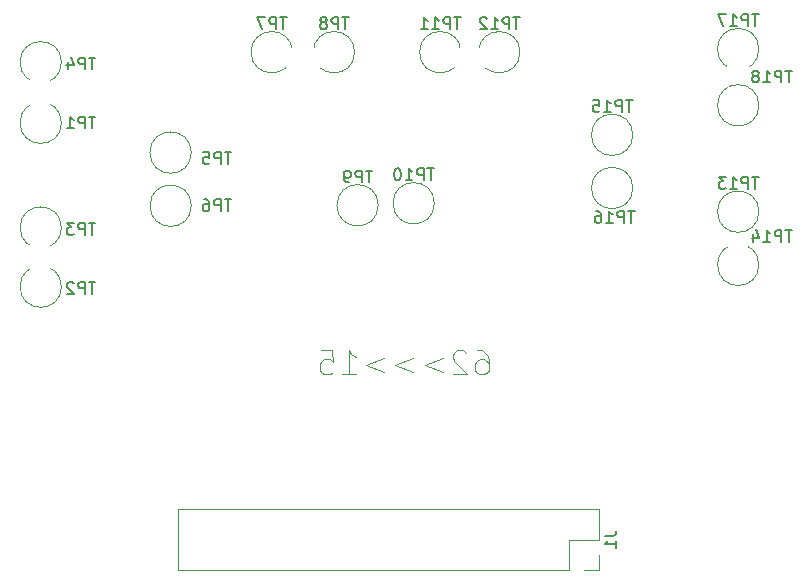
<source format=gbr>
%TF.GenerationSoftware,KiCad,Pcbnew,8.0.1*%
%TF.CreationDate,2024-03-24T19:01:41+02:00*%
%TF.ProjectId,PLLKAS005_EEE3088F,504c4c4b-4153-4303-9035-5f4545453330,V1.0*%
%TF.SameCoordinates,Original*%
%TF.FileFunction,Legend,Bot*%
%TF.FilePolarity,Positive*%
%FSLAX46Y46*%
G04 Gerber Fmt 4.6, Leading zero omitted, Abs format (unit mm)*
G04 Created by KiCad (PCBNEW 8.0.1) date 2024-03-24 19:01:41*
%MOMM*%
%LPD*%
G01*
G04 APERTURE LIST*
%ADD10C,0.100000*%
%ADD11C,0.150000*%
%ADD12C,0.120000*%
%ADD13R,1.800000X1.800000*%
%ADD14C,1.800000*%
%ADD15C,3.000000*%
%ADD16R,1.700000X1.700000*%
%ADD17O,1.700000X1.700000*%
G04 APERTURE END LIST*
D10*
X157600877Y-130750038D02*
X157981830Y-130750038D01*
X157981830Y-130750038D02*
X158172306Y-130845276D01*
X158172306Y-130845276D02*
X158267544Y-130940514D01*
X158267544Y-130940514D02*
X158458020Y-131226228D01*
X158458020Y-131226228D02*
X158553258Y-131607180D01*
X158553258Y-131607180D02*
X158553258Y-132369085D01*
X158553258Y-132369085D02*
X158458020Y-132559561D01*
X158458020Y-132559561D02*
X158362782Y-132654800D01*
X158362782Y-132654800D02*
X158172306Y-132750038D01*
X158172306Y-132750038D02*
X157791353Y-132750038D01*
X157791353Y-132750038D02*
X157600877Y-132654800D01*
X157600877Y-132654800D02*
X157505639Y-132559561D01*
X157505639Y-132559561D02*
X157410401Y-132369085D01*
X157410401Y-132369085D02*
X157410401Y-131892895D01*
X157410401Y-131892895D02*
X157505639Y-131702419D01*
X157505639Y-131702419D02*
X157600877Y-131607180D01*
X157600877Y-131607180D02*
X157791353Y-131511942D01*
X157791353Y-131511942D02*
X158172306Y-131511942D01*
X158172306Y-131511942D02*
X158362782Y-131607180D01*
X158362782Y-131607180D02*
X158458020Y-131702419D01*
X158458020Y-131702419D02*
X158553258Y-131892895D01*
X156648496Y-130940514D02*
X156553258Y-130845276D01*
X156553258Y-130845276D02*
X156362782Y-130750038D01*
X156362782Y-130750038D02*
X155886591Y-130750038D01*
X155886591Y-130750038D02*
X155696115Y-130845276D01*
X155696115Y-130845276D02*
X155600877Y-130940514D01*
X155600877Y-130940514D02*
X155505639Y-131130990D01*
X155505639Y-131130990D02*
X155505639Y-131321466D01*
X155505639Y-131321466D02*
X155600877Y-131607180D01*
X155600877Y-131607180D02*
X156743734Y-132750038D01*
X156743734Y-132750038D02*
X155505639Y-132750038D01*
X154648496Y-131416704D02*
X153124687Y-131988133D01*
X153124687Y-131988133D02*
X154648496Y-132559561D01*
X152172306Y-131416704D02*
X150648497Y-131988133D01*
X150648497Y-131988133D02*
X152172306Y-132559561D01*
X149696116Y-131416704D02*
X148172307Y-131988133D01*
X148172307Y-131988133D02*
X149696116Y-132559561D01*
X146172307Y-132750038D02*
X147315164Y-132750038D01*
X146743736Y-132750038D02*
X146743736Y-130750038D01*
X146743736Y-130750038D02*
X146934212Y-131035752D01*
X146934212Y-131035752D02*
X147124688Y-131226228D01*
X147124688Y-131226228D02*
X147315164Y-131321466D01*
X144362783Y-130750038D02*
X145315164Y-130750038D01*
X145315164Y-130750038D02*
X145410402Y-131702419D01*
X145410402Y-131702419D02*
X145315164Y-131607180D01*
X145315164Y-131607180D02*
X145124688Y-131511942D01*
X145124688Y-131511942D02*
X144648497Y-131511942D01*
X144648497Y-131511942D02*
X144458021Y-131607180D01*
X144458021Y-131607180D02*
X144362783Y-131702419D01*
X144362783Y-131702419D02*
X144267545Y-131892895D01*
X144267545Y-131892895D02*
X144267545Y-132369085D01*
X144267545Y-132369085D02*
X144362783Y-132559561D01*
X144362783Y-132559561D02*
X144458021Y-132654800D01*
X144458021Y-132654800D02*
X144648497Y-132750038D01*
X144648497Y-132750038D02*
X145124688Y-132750038D01*
X145124688Y-132750038D02*
X145315164Y-132654800D01*
X145315164Y-132654800D02*
X145410402Y-132559561D01*
D11*
X146711904Y-102556819D02*
X146140476Y-102556819D01*
X146426190Y-103556819D02*
X146426190Y-102556819D01*
X145807142Y-103556819D02*
X145807142Y-102556819D01*
X145807142Y-102556819D02*
X145426190Y-102556819D01*
X145426190Y-102556819D02*
X145330952Y-102604438D01*
X145330952Y-102604438D02*
X145283333Y-102652057D01*
X145283333Y-102652057D02*
X145235714Y-102747295D01*
X145235714Y-102747295D02*
X145235714Y-102890152D01*
X145235714Y-102890152D02*
X145283333Y-102985390D01*
X145283333Y-102985390D02*
X145330952Y-103033009D01*
X145330952Y-103033009D02*
X145426190Y-103080628D01*
X145426190Y-103080628D02*
X145807142Y-103080628D01*
X144664285Y-102985390D02*
X144759523Y-102937771D01*
X144759523Y-102937771D02*
X144807142Y-102890152D01*
X144807142Y-102890152D02*
X144854761Y-102794914D01*
X144854761Y-102794914D02*
X144854761Y-102747295D01*
X144854761Y-102747295D02*
X144807142Y-102652057D01*
X144807142Y-102652057D02*
X144759523Y-102604438D01*
X144759523Y-102604438D02*
X144664285Y-102556819D01*
X144664285Y-102556819D02*
X144473809Y-102556819D01*
X144473809Y-102556819D02*
X144378571Y-102604438D01*
X144378571Y-102604438D02*
X144330952Y-102652057D01*
X144330952Y-102652057D02*
X144283333Y-102747295D01*
X144283333Y-102747295D02*
X144283333Y-102794914D01*
X144283333Y-102794914D02*
X144330952Y-102890152D01*
X144330952Y-102890152D02*
X144378571Y-102937771D01*
X144378571Y-102937771D02*
X144473809Y-102985390D01*
X144473809Y-102985390D02*
X144664285Y-102985390D01*
X144664285Y-102985390D02*
X144759523Y-103033009D01*
X144759523Y-103033009D02*
X144807142Y-103080628D01*
X144807142Y-103080628D02*
X144854761Y-103175866D01*
X144854761Y-103175866D02*
X144854761Y-103366342D01*
X144854761Y-103366342D02*
X144807142Y-103461580D01*
X144807142Y-103461580D02*
X144759523Y-103509200D01*
X144759523Y-103509200D02*
X144664285Y-103556819D01*
X144664285Y-103556819D02*
X144473809Y-103556819D01*
X144473809Y-103556819D02*
X144378571Y-103509200D01*
X144378571Y-103509200D02*
X144330952Y-103461580D01*
X144330952Y-103461580D02*
X144283333Y-103366342D01*
X144283333Y-103366342D02*
X144283333Y-103175866D01*
X144283333Y-103175866D02*
X144330952Y-103080628D01*
X144330952Y-103080628D02*
X144378571Y-103033009D01*
X144378571Y-103033009D02*
X144473809Y-102985390D01*
X125261904Y-119954819D02*
X124690476Y-119954819D01*
X124976190Y-120954819D02*
X124976190Y-119954819D01*
X124357142Y-120954819D02*
X124357142Y-119954819D01*
X124357142Y-119954819D02*
X123976190Y-119954819D01*
X123976190Y-119954819D02*
X123880952Y-120002438D01*
X123880952Y-120002438D02*
X123833333Y-120050057D01*
X123833333Y-120050057D02*
X123785714Y-120145295D01*
X123785714Y-120145295D02*
X123785714Y-120288152D01*
X123785714Y-120288152D02*
X123833333Y-120383390D01*
X123833333Y-120383390D02*
X123880952Y-120431009D01*
X123880952Y-120431009D02*
X123976190Y-120478628D01*
X123976190Y-120478628D02*
X124357142Y-120478628D01*
X123452380Y-119954819D02*
X122833333Y-119954819D01*
X122833333Y-119954819D02*
X123166666Y-120335771D01*
X123166666Y-120335771D02*
X123023809Y-120335771D01*
X123023809Y-120335771D02*
X122928571Y-120383390D01*
X122928571Y-120383390D02*
X122880952Y-120431009D01*
X122880952Y-120431009D02*
X122833333Y-120526247D01*
X122833333Y-120526247D02*
X122833333Y-120764342D01*
X122833333Y-120764342D02*
X122880952Y-120859580D01*
X122880952Y-120859580D02*
X122928571Y-120907200D01*
X122928571Y-120907200D02*
X123023809Y-120954819D01*
X123023809Y-120954819D02*
X123309523Y-120954819D01*
X123309523Y-120954819D02*
X123404761Y-120907200D01*
X123404761Y-120907200D02*
X123452380Y-120859580D01*
X125261904Y-110954819D02*
X124690476Y-110954819D01*
X124976190Y-111954819D02*
X124976190Y-110954819D01*
X124357142Y-111954819D02*
X124357142Y-110954819D01*
X124357142Y-110954819D02*
X123976190Y-110954819D01*
X123976190Y-110954819D02*
X123880952Y-111002438D01*
X123880952Y-111002438D02*
X123833333Y-111050057D01*
X123833333Y-111050057D02*
X123785714Y-111145295D01*
X123785714Y-111145295D02*
X123785714Y-111288152D01*
X123785714Y-111288152D02*
X123833333Y-111383390D01*
X123833333Y-111383390D02*
X123880952Y-111431009D01*
X123880952Y-111431009D02*
X123976190Y-111478628D01*
X123976190Y-111478628D02*
X124357142Y-111478628D01*
X122833333Y-111954819D02*
X123404761Y-111954819D01*
X123119047Y-111954819D02*
X123119047Y-110954819D01*
X123119047Y-110954819D02*
X123214285Y-111097676D01*
X123214285Y-111097676D02*
X123309523Y-111192914D01*
X123309523Y-111192914D02*
X123404761Y-111240533D01*
X156188094Y-102556819D02*
X155616666Y-102556819D01*
X155902380Y-103556819D02*
X155902380Y-102556819D01*
X155283332Y-103556819D02*
X155283332Y-102556819D01*
X155283332Y-102556819D02*
X154902380Y-102556819D01*
X154902380Y-102556819D02*
X154807142Y-102604438D01*
X154807142Y-102604438D02*
X154759523Y-102652057D01*
X154759523Y-102652057D02*
X154711904Y-102747295D01*
X154711904Y-102747295D02*
X154711904Y-102890152D01*
X154711904Y-102890152D02*
X154759523Y-102985390D01*
X154759523Y-102985390D02*
X154807142Y-103033009D01*
X154807142Y-103033009D02*
X154902380Y-103080628D01*
X154902380Y-103080628D02*
X155283332Y-103080628D01*
X153759523Y-103556819D02*
X154330951Y-103556819D01*
X154045237Y-103556819D02*
X154045237Y-102556819D01*
X154045237Y-102556819D02*
X154140475Y-102699676D01*
X154140475Y-102699676D02*
X154235713Y-102794914D01*
X154235713Y-102794914D02*
X154330951Y-102842533D01*
X152807142Y-103556819D02*
X153378570Y-103556819D01*
X153092856Y-103556819D02*
X153092856Y-102556819D01*
X153092856Y-102556819D02*
X153188094Y-102699676D01*
X153188094Y-102699676D02*
X153283332Y-102794914D01*
X153283332Y-102794914D02*
X153378570Y-102842533D01*
X184238094Y-120556819D02*
X183666666Y-120556819D01*
X183952380Y-121556819D02*
X183952380Y-120556819D01*
X183333332Y-121556819D02*
X183333332Y-120556819D01*
X183333332Y-120556819D02*
X182952380Y-120556819D01*
X182952380Y-120556819D02*
X182857142Y-120604438D01*
X182857142Y-120604438D02*
X182809523Y-120652057D01*
X182809523Y-120652057D02*
X182761904Y-120747295D01*
X182761904Y-120747295D02*
X182761904Y-120890152D01*
X182761904Y-120890152D02*
X182809523Y-120985390D01*
X182809523Y-120985390D02*
X182857142Y-121033009D01*
X182857142Y-121033009D02*
X182952380Y-121080628D01*
X182952380Y-121080628D02*
X183333332Y-121080628D01*
X181809523Y-121556819D02*
X182380951Y-121556819D01*
X182095237Y-121556819D02*
X182095237Y-120556819D01*
X182095237Y-120556819D02*
X182190475Y-120699676D01*
X182190475Y-120699676D02*
X182285713Y-120794914D01*
X182285713Y-120794914D02*
X182380951Y-120842533D01*
X180952380Y-120890152D02*
X180952380Y-121556819D01*
X181190475Y-120509200D02*
X181428570Y-121223485D01*
X181428570Y-121223485D02*
X180809523Y-121223485D01*
X170913094Y-118954819D02*
X170341666Y-118954819D01*
X170627380Y-119954819D02*
X170627380Y-118954819D01*
X170008332Y-119954819D02*
X170008332Y-118954819D01*
X170008332Y-118954819D02*
X169627380Y-118954819D01*
X169627380Y-118954819D02*
X169532142Y-119002438D01*
X169532142Y-119002438D02*
X169484523Y-119050057D01*
X169484523Y-119050057D02*
X169436904Y-119145295D01*
X169436904Y-119145295D02*
X169436904Y-119288152D01*
X169436904Y-119288152D02*
X169484523Y-119383390D01*
X169484523Y-119383390D02*
X169532142Y-119431009D01*
X169532142Y-119431009D02*
X169627380Y-119478628D01*
X169627380Y-119478628D02*
X170008332Y-119478628D01*
X168484523Y-119954819D02*
X169055951Y-119954819D01*
X168770237Y-119954819D02*
X168770237Y-118954819D01*
X168770237Y-118954819D02*
X168865475Y-119097676D01*
X168865475Y-119097676D02*
X168960713Y-119192914D01*
X168960713Y-119192914D02*
X169055951Y-119240533D01*
X167627380Y-118954819D02*
X167817856Y-118954819D01*
X167817856Y-118954819D02*
X167913094Y-119002438D01*
X167913094Y-119002438D02*
X167960713Y-119050057D01*
X167960713Y-119050057D02*
X168055951Y-119192914D01*
X168055951Y-119192914D02*
X168103570Y-119383390D01*
X168103570Y-119383390D02*
X168103570Y-119764342D01*
X168103570Y-119764342D02*
X168055951Y-119859580D01*
X168055951Y-119859580D02*
X168008332Y-119907200D01*
X168008332Y-119907200D02*
X167913094Y-119954819D01*
X167913094Y-119954819D02*
X167722618Y-119954819D01*
X167722618Y-119954819D02*
X167627380Y-119907200D01*
X167627380Y-119907200D02*
X167579761Y-119859580D01*
X167579761Y-119859580D02*
X167532142Y-119764342D01*
X167532142Y-119764342D02*
X167532142Y-119526247D01*
X167532142Y-119526247D02*
X167579761Y-119431009D01*
X167579761Y-119431009D02*
X167627380Y-119383390D01*
X167627380Y-119383390D02*
X167722618Y-119335771D01*
X167722618Y-119335771D02*
X167913094Y-119335771D01*
X167913094Y-119335771D02*
X168008332Y-119383390D01*
X168008332Y-119383390D02*
X168055951Y-119431009D01*
X168055951Y-119431009D02*
X168103570Y-119526247D01*
X141446904Y-102556819D02*
X140875476Y-102556819D01*
X141161190Y-103556819D02*
X141161190Y-102556819D01*
X140542142Y-103556819D02*
X140542142Y-102556819D01*
X140542142Y-102556819D02*
X140161190Y-102556819D01*
X140161190Y-102556819D02*
X140065952Y-102604438D01*
X140065952Y-102604438D02*
X140018333Y-102652057D01*
X140018333Y-102652057D02*
X139970714Y-102747295D01*
X139970714Y-102747295D02*
X139970714Y-102890152D01*
X139970714Y-102890152D02*
X140018333Y-102985390D01*
X140018333Y-102985390D02*
X140065952Y-103033009D01*
X140065952Y-103033009D02*
X140161190Y-103080628D01*
X140161190Y-103080628D02*
X140542142Y-103080628D01*
X139637380Y-102556819D02*
X138970714Y-102556819D01*
X138970714Y-102556819D02*
X139399285Y-103556819D01*
X136761904Y-113954819D02*
X136190476Y-113954819D01*
X136476190Y-114954819D02*
X136476190Y-113954819D01*
X135857142Y-114954819D02*
X135857142Y-113954819D01*
X135857142Y-113954819D02*
X135476190Y-113954819D01*
X135476190Y-113954819D02*
X135380952Y-114002438D01*
X135380952Y-114002438D02*
X135333333Y-114050057D01*
X135333333Y-114050057D02*
X135285714Y-114145295D01*
X135285714Y-114145295D02*
X135285714Y-114288152D01*
X135285714Y-114288152D02*
X135333333Y-114383390D01*
X135333333Y-114383390D02*
X135380952Y-114431009D01*
X135380952Y-114431009D02*
X135476190Y-114478628D01*
X135476190Y-114478628D02*
X135857142Y-114478628D01*
X134380952Y-113954819D02*
X134857142Y-113954819D01*
X134857142Y-113954819D02*
X134904761Y-114431009D01*
X134904761Y-114431009D02*
X134857142Y-114383390D01*
X134857142Y-114383390D02*
X134761904Y-114335771D01*
X134761904Y-114335771D02*
X134523809Y-114335771D01*
X134523809Y-114335771D02*
X134428571Y-114383390D01*
X134428571Y-114383390D02*
X134380952Y-114431009D01*
X134380952Y-114431009D02*
X134333333Y-114526247D01*
X134333333Y-114526247D02*
X134333333Y-114764342D01*
X134333333Y-114764342D02*
X134380952Y-114859580D01*
X134380952Y-114859580D02*
X134428571Y-114907200D01*
X134428571Y-114907200D02*
X134523809Y-114954819D01*
X134523809Y-114954819D02*
X134761904Y-114954819D01*
X134761904Y-114954819D02*
X134857142Y-114907200D01*
X134857142Y-114907200D02*
X134904761Y-114859580D01*
X168364819Y-146436666D02*
X169079104Y-146436666D01*
X169079104Y-146436666D02*
X169221961Y-146389047D01*
X169221961Y-146389047D02*
X169317200Y-146293809D01*
X169317200Y-146293809D02*
X169364819Y-146150952D01*
X169364819Y-146150952D02*
X169364819Y-146055714D01*
X169364819Y-147436666D02*
X169364819Y-146865238D01*
X169364819Y-147150952D02*
X168364819Y-147150952D01*
X168364819Y-147150952D02*
X168507676Y-147055714D01*
X168507676Y-147055714D02*
X168602914Y-146960476D01*
X168602914Y-146960476D02*
X168650533Y-146865238D01*
X125261904Y-124954819D02*
X124690476Y-124954819D01*
X124976190Y-125954819D02*
X124976190Y-124954819D01*
X124357142Y-125954819D02*
X124357142Y-124954819D01*
X124357142Y-124954819D02*
X123976190Y-124954819D01*
X123976190Y-124954819D02*
X123880952Y-125002438D01*
X123880952Y-125002438D02*
X123833333Y-125050057D01*
X123833333Y-125050057D02*
X123785714Y-125145295D01*
X123785714Y-125145295D02*
X123785714Y-125288152D01*
X123785714Y-125288152D02*
X123833333Y-125383390D01*
X123833333Y-125383390D02*
X123880952Y-125431009D01*
X123880952Y-125431009D02*
X123976190Y-125478628D01*
X123976190Y-125478628D02*
X124357142Y-125478628D01*
X123404761Y-125050057D02*
X123357142Y-125002438D01*
X123357142Y-125002438D02*
X123261904Y-124954819D01*
X123261904Y-124954819D02*
X123023809Y-124954819D01*
X123023809Y-124954819D02*
X122928571Y-125002438D01*
X122928571Y-125002438D02*
X122880952Y-125050057D01*
X122880952Y-125050057D02*
X122833333Y-125145295D01*
X122833333Y-125145295D02*
X122833333Y-125240533D01*
X122833333Y-125240533D02*
X122880952Y-125383390D01*
X122880952Y-125383390D02*
X123452380Y-125954819D01*
X123452380Y-125954819D02*
X122833333Y-125954819D01*
X181413094Y-116056819D02*
X180841666Y-116056819D01*
X181127380Y-117056819D02*
X181127380Y-116056819D01*
X180508332Y-117056819D02*
X180508332Y-116056819D01*
X180508332Y-116056819D02*
X180127380Y-116056819D01*
X180127380Y-116056819D02*
X180032142Y-116104438D01*
X180032142Y-116104438D02*
X179984523Y-116152057D01*
X179984523Y-116152057D02*
X179936904Y-116247295D01*
X179936904Y-116247295D02*
X179936904Y-116390152D01*
X179936904Y-116390152D02*
X179984523Y-116485390D01*
X179984523Y-116485390D02*
X180032142Y-116533009D01*
X180032142Y-116533009D02*
X180127380Y-116580628D01*
X180127380Y-116580628D02*
X180508332Y-116580628D01*
X178984523Y-117056819D02*
X179555951Y-117056819D01*
X179270237Y-117056819D02*
X179270237Y-116056819D01*
X179270237Y-116056819D02*
X179365475Y-116199676D01*
X179365475Y-116199676D02*
X179460713Y-116294914D01*
X179460713Y-116294914D02*
X179555951Y-116342533D01*
X178651189Y-116056819D02*
X178032142Y-116056819D01*
X178032142Y-116056819D02*
X178365475Y-116437771D01*
X178365475Y-116437771D02*
X178222618Y-116437771D01*
X178222618Y-116437771D02*
X178127380Y-116485390D01*
X178127380Y-116485390D02*
X178079761Y-116533009D01*
X178079761Y-116533009D02*
X178032142Y-116628247D01*
X178032142Y-116628247D02*
X178032142Y-116866342D01*
X178032142Y-116866342D02*
X178079761Y-116961580D01*
X178079761Y-116961580D02*
X178127380Y-117009200D01*
X178127380Y-117009200D02*
X178222618Y-117056819D01*
X178222618Y-117056819D02*
X178508332Y-117056819D01*
X178508332Y-117056819D02*
X178603570Y-117009200D01*
X178603570Y-117009200D02*
X178651189Y-116961580D01*
X184238094Y-107056819D02*
X183666666Y-107056819D01*
X183952380Y-108056819D02*
X183952380Y-107056819D01*
X183333332Y-108056819D02*
X183333332Y-107056819D01*
X183333332Y-107056819D02*
X182952380Y-107056819D01*
X182952380Y-107056819D02*
X182857142Y-107104438D01*
X182857142Y-107104438D02*
X182809523Y-107152057D01*
X182809523Y-107152057D02*
X182761904Y-107247295D01*
X182761904Y-107247295D02*
X182761904Y-107390152D01*
X182761904Y-107390152D02*
X182809523Y-107485390D01*
X182809523Y-107485390D02*
X182857142Y-107533009D01*
X182857142Y-107533009D02*
X182952380Y-107580628D01*
X182952380Y-107580628D02*
X183333332Y-107580628D01*
X181809523Y-108056819D02*
X182380951Y-108056819D01*
X182095237Y-108056819D02*
X182095237Y-107056819D01*
X182095237Y-107056819D02*
X182190475Y-107199676D01*
X182190475Y-107199676D02*
X182285713Y-107294914D01*
X182285713Y-107294914D02*
X182380951Y-107342533D01*
X181238094Y-107485390D02*
X181333332Y-107437771D01*
X181333332Y-107437771D02*
X181380951Y-107390152D01*
X181380951Y-107390152D02*
X181428570Y-107294914D01*
X181428570Y-107294914D02*
X181428570Y-107247295D01*
X181428570Y-107247295D02*
X181380951Y-107152057D01*
X181380951Y-107152057D02*
X181333332Y-107104438D01*
X181333332Y-107104438D02*
X181238094Y-107056819D01*
X181238094Y-107056819D02*
X181047618Y-107056819D01*
X181047618Y-107056819D02*
X180952380Y-107104438D01*
X180952380Y-107104438D02*
X180904761Y-107152057D01*
X180904761Y-107152057D02*
X180857142Y-107247295D01*
X180857142Y-107247295D02*
X180857142Y-107294914D01*
X180857142Y-107294914D02*
X180904761Y-107390152D01*
X180904761Y-107390152D02*
X180952380Y-107437771D01*
X180952380Y-107437771D02*
X181047618Y-107485390D01*
X181047618Y-107485390D02*
X181238094Y-107485390D01*
X181238094Y-107485390D02*
X181333332Y-107533009D01*
X181333332Y-107533009D02*
X181380951Y-107580628D01*
X181380951Y-107580628D02*
X181428570Y-107675866D01*
X181428570Y-107675866D02*
X181428570Y-107866342D01*
X181428570Y-107866342D02*
X181380951Y-107961580D01*
X181380951Y-107961580D02*
X181333332Y-108009200D01*
X181333332Y-108009200D02*
X181238094Y-108056819D01*
X181238094Y-108056819D02*
X181047618Y-108056819D01*
X181047618Y-108056819D02*
X180952380Y-108009200D01*
X180952380Y-108009200D02*
X180904761Y-107961580D01*
X180904761Y-107961580D02*
X180857142Y-107866342D01*
X180857142Y-107866342D02*
X180857142Y-107675866D01*
X180857142Y-107675866D02*
X180904761Y-107580628D01*
X180904761Y-107580628D02*
X180952380Y-107533009D01*
X180952380Y-107533009D02*
X181047618Y-107485390D01*
X170738094Y-109556819D02*
X170166666Y-109556819D01*
X170452380Y-110556819D02*
X170452380Y-109556819D01*
X169833332Y-110556819D02*
X169833332Y-109556819D01*
X169833332Y-109556819D02*
X169452380Y-109556819D01*
X169452380Y-109556819D02*
X169357142Y-109604438D01*
X169357142Y-109604438D02*
X169309523Y-109652057D01*
X169309523Y-109652057D02*
X169261904Y-109747295D01*
X169261904Y-109747295D02*
X169261904Y-109890152D01*
X169261904Y-109890152D02*
X169309523Y-109985390D01*
X169309523Y-109985390D02*
X169357142Y-110033009D01*
X169357142Y-110033009D02*
X169452380Y-110080628D01*
X169452380Y-110080628D02*
X169833332Y-110080628D01*
X168309523Y-110556819D02*
X168880951Y-110556819D01*
X168595237Y-110556819D02*
X168595237Y-109556819D01*
X168595237Y-109556819D02*
X168690475Y-109699676D01*
X168690475Y-109699676D02*
X168785713Y-109794914D01*
X168785713Y-109794914D02*
X168880951Y-109842533D01*
X167404761Y-109556819D02*
X167880951Y-109556819D01*
X167880951Y-109556819D02*
X167928570Y-110033009D01*
X167928570Y-110033009D02*
X167880951Y-109985390D01*
X167880951Y-109985390D02*
X167785713Y-109937771D01*
X167785713Y-109937771D02*
X167547618Y-109937771D01*
X167547618Y-109937771D02*
X167452380Y-109985390D01*
X167452380Y-109985390D02*
X167404761Y-110033009D01*
X167404761Y-110033009D02*
X167357142Y-110128247D01*
X167357142Y-110128247D02*
X167357142Y-110366342D01*
X167357142Y-110366342D02*
X167404761Y-110461580D01*
X167404761Y-110461580D02*
X167452380Y-110509200D01*
X167452380Y-110509200D02*
X167547618Y-110556819D01*
X167547618Y-110556819D02*
X167785713Y-110556819D01*
X167785713Y-110556819D02*
X167880951Y-110509200D01*
X167880951Y-110509200D02*
X167928570Y-110461580D01*
X148711904Y-115519319D02*
X148140476Y-115519319D01*
X148426190Y-116519319D02*
X148426190Y-115519319D01*
X147807142Y-116519319D02*
X147807142Y-115519319D01*
X147807142Y-115519319D02*
X147426190Y-115519319D01*
X147426190Y-115519319D02*
X147330952Y-115566938D01*
X147330952Y-115566938D02*
X147283333Y-115614557D01*
X147283333Y-115614557D02*
X147235714Y-115709795D01*
X147235714Y-115709795D02*
X147235714Y-115852652D01*
X147235714Y-115852652D02*
X147283333Y-115947890D01*
X147283333Y-115947890D02*
X147330952Y-115995509D01*
X147330952Y-115995509D02*
X147426190Y-116043128D01*
X147426190Y-116043128D02*
X147807142Y-116043128D01*
X146759523Y-116519319D02*
X146569047Y-116519319D01*
X146569047Y-116519319D02*
X146473809Y-116471700D01*
X146473809Y-116471700D02*
X146426190Y-116424080D01*
X146426190Y-116424080D02*
X146330952Y-116281223D01*
X146330952Y-116281223D02*
X146283333Y-116090747D01*
X146283333Y-116090747D02*
X146283333Y-115709795D01*
X146283333Y-115709795D02*
X146330952Y-115614557D01*
X146330952Y-115614557D02*
X146378571Y-115566938D01*
X146378571Y-115566938D02*
X146473809Y-115519319D01*
X146473809Y-115519319D02*
X146664285Y-115519319D01*
X146664285Y-115519319D02*
X146759523Y-115566938D01*
X146759523Y-115566938D02*
X146807142Y-115614557D01*
X146807142Y-115614557D02*
X146854761Y-115709795D01*
X146854761Y-115709795D02*
X146854761Y-115947890D01*
X146854761Y-115947890D02*
X146807142Y-116043128D01*
X146807142Y-116043128D02*
X146759523Y-116090747D01*
X146759523Y-116090747D02*
X146664285Y-116138366D01*
X146664285Y-116138366D02*
X146473809Y-116138366D01*
X146473809Y-116138366D02*
X146378571Y-116090747D01*
X146378571Y-116090747D02*
X146330952Y-116043128D01*
X146330952Y-116043128D02*
X146283333Y-115947890D01*
X125261904Y-105954819D02*
X124690476Y-105954819D01*
X124976190Y-106954819D02*
X124976190Y-105954819D01*
X124357142Y-106954819D02*
X124357142Y-105954819D01*
X124357142Y-105954819D02*
X123976190Y-105954819D01*
X123976190Y-105954819D02*
X123880952Y-106002438D01*
X123880952Y-106002438D02*
X123833333Y-106050057D01*
X123833333Y-106050057D02*
X123785714Y-106145295D01*
X123785714Y-106145295D02*
X123785714Y-106288152D01*
X123785714Y-106288152D02*
X123833333Y-106383390D01*
X123833333Y-106383390D02*
X123880952Y-106431009D01*
X123880952Y-106431009D02*
X123976190Y-106478628D01*
X123976190Y-106478628D02*
X124357142Y-106478628D01*
X122928571Y-106288152D02*
X122928571Y-106954819D01*
X123166666Y-105907200D02*
X123404761Y-106621485D01*
X123404761Y-106621485D02*
X122785714Y-106621485D01*
X153938094Y-115344319D02*
X153366666Y-115344319D01*
X153652380Y-116344319D02*
X153652380Y-115344319D01*
X153033332Y-116344319D02*
X153033332Y-115344319D01*
X153033332Y-115344319D02*
X152652380Y-115344319D01*
X152652380Y-115344319D02*
X152557142Y-115391938D01*
X152557142Y-115391938D02*
X152509523Y-115439557D01*
X152509523Y-115439557D02*
X152461904Y-115534795D01*
X152461904Y-115534795D02*
X152461904Y-115677652D01*
X152461904Y-115677652D02*
X152509523Y-115772890D01*
X152509523Y-115772890D02*
X152557142Y-115820509D01*
X152557142Y-115820509D02*
X152652380Y-115868128D01*
X152652380Y-115868128D02*
X153033332Y-115868128D01*
X151509523Y-116344319D02*
X152080951Y-116344319D01*
X151795237Y-116344319D02*
X151795237Y-115344319D01*
X151795237Y-115344319D02*
X151890475Y-115487176D01*
X151890475Y-115487176D02*
X151985713Y-115582414D01*
X151985713Y-115582414D02*
X152080951Y-115630033D01*
X150890475Y-115344319D02*
X150795237Y-115344319D01*
X150795237Y-115344319D02*
X150699999Y-115391938D01*
X150699999Y-115391938D02*
X150652380Y-115439557D01*
X150652380Y-115439557D02*
X150604761Y-115534795D01*
X150604761Y-115534795D02*
X150557142Y-115725271D01*
X150557142Y-115725271D02*
X150557142Y-115963366D01*
X150557142Y-115963366D02*
X150604761Y-116153842D01*
X150604761Y-116153842D02*
X150652380Y-116249080D01*
X150652380Y-116249080D02*
X150699999Y-116296700D01*
X150699999Y-116296700D02*
X150795237Y-116344319D01*
X150795237Y-116344319D02*
X150890475Y-116344319D01*
X150890475Y-116344319D02*
X150985713Y-116296700D01*
X150985713Y-116296700D02*
X151033332Y-116249080D01*
X151033332Y-116249080D02*
X151080951Y-116153842D01*
X151080951Y-116153842D02*
X151128570Y-115963366D01*
X151128570Y-115963366D02*
X151128570Y-115725271D01*
X151128570Y-115725271D02*
X151080951Y-115534795D01*
X151080951Y-115534795D02*
X151033332Y-115439557D01*
X151033332Y-115439557D02*
X150985713Y-115391938D01*
X150985713Y-115391938D02*
X150890475Y-115344319D01*
X181413094Y-102291819D02*
X180841666Y-102291819D01*
X181127380Y-103291819D02*
X181127380Y-102291819D01*
X180508332Y-103291819D02*
X180508332Y-102291819D01*
X180508332Y-102291819D02*
X180127380Y-102291819D01*
X180127380Y-102291819D02*
X180032142Y-102339438D01*
X180032142Y-102339438D02*
X179984523Y-102387057D01*
X179984523Y-102387057D02*
X179936904Y-102482295D01*
X179936904Y-102482295D02*
X179936904Y-102625152D01*
X179936904Y-102625152D02*
X179984523Y-102720390D01*
X179984523Y-102720390D02*
X180032142Y-102768009D01*
X180032142Y-102768009D02*
X180127380Y-102815628D01*
X180127380Y-102815628D02*
X180508332Y-102815628D01*
X178984523Y-103291819D02*
X179555951Y-103291819D01*
X179270237Y-103291819D02*
X179270237Y-102291819D01*
X179270237Y-102291819D02*
X179365475Y-102434676D01*
X179365475Y-102434676D02*
X179460713Y-102529914D01*
X179460713Y-102529914D02*
X179555951Y-102577533D01*
X178651189Y-102291819D02*
X177984523Y-102291819D01*
X177984523Y-102291819D02*
X178413094Y-103291819D01*
X161188094Y-102556819D02*
X160616666Y-102556819D01*
X160902380Y-103556819D02*
X160902380Y-102556819D01*
X160283332Y-103556819D02*
X160283332Y-102556819D01*
X160283332Y-102556819D02*
X159902380Y-102556819D01*
X159902380Y-102556819D02*
X159807142Y-102604438D01*
X159807142Y-102604438D02*
X159759523Y-102652057D01*
X159759523Y-102652057D02*
X159711904Y-102747295D01*
X159711904Y-102747295D02*
X159711904Y-102890152D01*
X159711904Y-102890152D02*
X159759523Y-102985390D01*
X159759523Y-102985390D02*
X159807142Y-103033009D01*
X159807142Y-103033009D02*
X159902380Y-103080628D01*
X159902380Y-103080628D02*
X160283332Y-103080628D01*
X158759523Y-103556819D02*
X159330951Y-103556819D01*
X159045237Y-103556819D02*
X159045237Y-102556819D01*
X159045237Y-102556819D02*
X159140475Y-102699676D01*
X159140475Y-102699676D02*
X159235713Y-102794914D01*
X159235713Y-102794914D02*
X159330951Y-102842533D01*
X158378570Y-102652057D02*
X158330951Y-102604438D01*
X158330951Y-102604438D02*
X158235713Y-102556819D01*
X158235713Y-102556819D02*
X157997618Y-102556819D01*
X157997618Y-102556819D02*
X157902380Y-102604438D01*
X157902380Y-102604438D02*
X157854761Y-102652057D01*
X157854761Y-102652057D02*
X157807142Y-102747295D01*
X157807142Y-102747295D02*
X157807142Y-102842533D01*
X157807142Y-102842533D02*
X157854761Y-102985390D01*
X157854761Y-102985390D02*
X158426189Y-103556819D01*
X158426189Y-103556819D02*
X157807142Y-103556819D01*
X136761904Y-117954819D02*
X136190476Y-117954819D01*
X136476190Y-118954819D02*
X136476190Y-117954819D01*
X135857142Y-118954819D02*
X135857142Y-117954819D01*
X135857142Y-117954819D02*
X135476190Y-117954819D01*
X135476190Y-117954819D02*
X135380952Y-118002438D01*
X135380952Y-118002438D02*
X135333333Y-118050057D01*
X135333333Y-118050057D02*
X135285714Y-118145295D01*
X135285714Y-118145295D02*
X135285714Y-118288152D01*
X135285714Y-118288152D02*
X135333333Y-118383390D01*
X135333333Y-118383390D02*
X135380952Y-118431009D01*
X135380952Y-118431009D02*
X135476190Y-118478628D01*
X135476190Y-118478628D02*
X135857142Y-118478628D01*
X134428571Y-117954819D02*
X134619047Y-117954819D01*
X134619047Y-117954819D02*
X134714285Y-118002438D01*
X134714285Y-118002438D02*
X134761904Y-118050057D01*
X134761904Y-118050057D02*
X134857142Y-118192914D01*
X134857142Y-118192914D02*
X134904761Y-118383390D01*
X134904761Y-118383390D02*
X134904761Y-118764342D01*
X134904761Y-118764342D02*
X134857142Y-118859580D01*
X134857142Y-118859580D02*
X134809523Y-118907200D01*
X134809523Y-118907200D02*
X134714285Y-118954819D01*
X134714285Y-118954819D02*
X134523809Y-118954819D01*
X134523809Y-118954819D02*
X134428571Y-118907200D01*
X134428571Y-118907200D02*
X134380952Y-118859580D01*
X134380952Y-118859580D02*
X134333333Y-118764342D01*
X134333333Y-118764342D02*
X134333333Y-118526247D01*
X134333333Y-118526247D02*
X134380952Y-118431009D01*
X134380952Y-118431009D02*
X134428571Y-118383390D01*
X134428571Y-118383390D02*
X134523809Y-118335771D01*
X134523809Y-118335771D02*
X134714285Y-118335771D01*
X134714285Y-118335771D02*
X134809523Y-118383390D01*
X134809523Y-118383390D02*
X134857142Y-118431009D01*
X134857142Y-118431009D02*
X134904761Y-118526247D01*
D12*
%TO.C,TP8*%
X147200000Y-105500000D02*
G75*
G02*
X143700000Y-105500000I-1750000J0D01*
G01*
X143700000Y-105500000D02*
G75*
G02*
X147200000Y-105500000I1750000J0D01*
G01*
%TO.C,TP3*%
X122375000Y-120350000D02*
G75*
G02*
X118875000Y-120350000I-1750000J0D01*
G01*
X118875000Y-120350000D02*
G75*
G02*
X122375000Y-120350000I1750000J0D01*
G01*
%TO.C,TP1*%
X122375000Y-111475000D02*
G75*
G02*
X118875000Y-111475000I-1750000J0D01*
G01*
X118875000Y-111475000D02*
G75*
G02*
X122375000Y-111475000I1750000J0D01*
G01*
%TO.C,TP11*%
X156200000Y-105500000D02*
G75*
G02*
X152700000Y-105500000I-1750000J0D01*
G01*
X152700000Y-105500000D02*
G75*
G02*
X156200000Y-105500000I1750000J0D01*
G01*
%TO.C,TP14*%
X181425000Y-123500000D02*
G75*
G02*
X177925000Y-123500000I-1750000J0D01*
G01*
X177925000Y-123500000D02*
G75*
G02*
X181425000Y-123500000I1750000J0D01*
G01*
%TO.C,TP16*%
X170750000Y-117000000D02*
G75*
G02*
X167250000Y-117000000I-1750000J0D01*
G01*
X167250000Y-117000000D02*
G75*
G02*
X170750000Y-117000000I1750000J0D01*
G01*
%TO.C,TP7*%
X141935000Y-105500000D02*
G75*
G02*
X138435000Y-105500000I-1750000J0D01*
G01*
X138435000Y-105500000D02*
G75*
G02*
X141935000Y-105500000I1750000J0D01*
G01*
%TO.C,TP5*%
X133375000Y-114000000D02*
G75*
G02*
X129875000Y-114000000I-1750000J0D01*
G01*
X129875000Y-114000000D02*
G75*
G02*
X133375000Y-114000000I1750000J0D01*
G01*
%TO.C,J1*%
X132230000Y-144170000D02*
X132230000Y-149370000D01*
X132230000Y-144170000D02*
X167910000Y-144170000D01*
X132230000Y-149370000D02*
X165310000Y-149370000D01*
X165310000Y-146770000D02*
X165310000Y-149370000D01*
X167910000Y-144170000D02*
X167910000Y-146770000D01*
X167910000Y-146770000D02*
X165310000Y-146770000D01*
X167910000Y-148040000D02*
X167910000Y-149370000D01*
X167910000Y-149370000D02*
X166580000Y-149370000D01*
%TO.C,TP2*%
X122375000Y-125350000D02*
G75*
G02*
X118875000Y-125350000I-1750000J0D01*
G01*
X118875000Y-125350000D02*
G75*
G02*
X122375000Y-125350000I1750000J0D01*
G01*
%TO.C,TP13*%
X181425000Y-119000000D02*
G75*
G02*
X177925000Y-119000000I-1750000J0D01*
G01*
X177925000Y-119000000D02*
G75*
G02*
X181425000Y-119000000I1750000J0D01*
G01*
%TO.C,TP18*%
X181425000Y-110000000D02*
G75*
G02*
X177925000Y-110000000I-1750000J0D01*
G01*
X177925000Y-110000000D02*
G75*
G02*
X181425000Y-110000000I1750000J0D01*
G01*
%TO.C,TP15*%
X170750000Y-112500000D02*
G75*
G02*
X167250000Y-112500000I-1750000J0D01*
G01*
X167250000Y-112500000D02*
G75*
G02*
X170750000Y-112500000I1750000J0D01*
G01*
%TO.C,TP9*%
X149200000Y-118462500D02*
G75*
G02*
X145700000Y-118462500I-1750000J0D01*
G01*
X145700000Y-118462500D02*
G75*
G02*
X149200000Y-118462500I1750000J0D01*
G01*
%TO.C,TP4*%
X122375000Y-106350000D02*
G75*
G02*
X118875000Y-106350000I-1750000J0D01*
G01*
X118875000Y-106350000D02*
G75*
G02*
X122375000Y-106350000I1750000J0D01*
G01*
%TO.C,TP10*%
X153950000Y-118287500D02*
G75*
G02*
X150450000Y-118287500I-1750000J0D01*
G01*
X150450000Y-118287500D02*
G75*
G02*
X153950000Y-118287500I1750000J0D01*
G01*
%TO.C,TP17*%
X181425000Y-105235000D02*
G75*
G02*
X177925000Y-105235000I-1750000J0D01*
G01*
X177925000Y-105235000D02*
G75*
G02*
X181425000Y-105235000I1750000J0D01*
G01*
%TO.C,TP12*%
X161200000Y-105500000D02*
G75*
G02*
X157700000Y-105500000I-1750000J0D01*
G01*
X157700000Y-105500000D02*
G75*
G02*
X161200000Y-105500000I1750000J0D01*
G01*
%TO.C,TP6*%
X133375000Y-118500000D02*
G75*
G02*
X129875000Y-118500000I-1750000J0D01*
G01*
X129875000Y-118500000D02*
G75*
G02*
X133375000Y-118500000I1750000J0D01*
G01*
%TD*%
%LPC*%
D13*
%TO.C,D2*%
X120600000Y-107725000D03*
D14*
X120600000Y-110265000D03*
%TD*%
D13*
%TO.C,Q1*%
X117325000Y-114725000D03*
D14*
X117325000Y-117265000D03*
%TD*%
D13*
%TO.C,D3*%
X144225000Y-105975000D03*
D14*
X141685000Y-105975000D03*
%TD*%
D13*
%TO.C,D4*%
X158460000Y-105975000D03*
D14*
X155920000Y-105975000D03*
%TD*%
D13*
%TO.C,Q3*%
X183000000Y-115750000D03*
D14*
X183000000Y-113210000D03*
%TD*%
D13*
%TO.C,Q4*%
X151200000Y-102787500D03*
D14*
X148660000Y-102787500D03*
%TD*%
D13*
%TO.C,D6*%
X179700000Y-109275000D03*
D14*
X179700000Y-106735000D03*
%TD*%
D13*
%TO.C,D1*%
X120600000Y-121575000D03*
D14*
X120600000Y-124115000D03*
%TD*%
D13*
%TO.C,D5*%
X179700000Y-122275000D03*
D14*
X179700000Y-119735000D03*
%TD*%
D15*
%TO.C,TP8*%
X145450000Y-105500000D03*
%TD*%
%TO.C,TP3*%
X120625000Y-120350000D03*
%TD*%
%TO.C,TP1*%
X120625000Y-111475000D03*
%TD*%
%TO.C,TP11*%
X154450000Y-105500000D03*
%TD*%
%TO.C,TP14*%
X179675000Y-123500000D03*
%TD*%
%TO.C,TP16*%
X169000000Y-117000000D03*
%TD*%
%TO.C,TP7*%
X140185000Y-105500000D03*
%TD*%
%TO.C,TP5*%
X131625000Y-114000000D03*
%TD*%
D16*
%TO.C,J1*%
X166580000Y-148040000D03*
D17*
X166580000Y-145500000D03*
X164040000Y-148040000D03*
X164040000Y-145500000D03*
X161500000Y-148040000D03*
X161500000Y-145500000D03*
X158960000Y-148040000D03*
X158960000Y-145500000D03*
X156420000Y-148040000D03*
X156420000Y-145500000D03*
X153880000Y-148040000D03*
X153880000Y-145500000D03*
X151340000Y-148040000D03*
X151340000Y-145500000D03*
X148800000Y-148040000D03*
X148800000Y-145500000D03*
X146260000Y-148040000D03*
X146260000Y-145500000D03*
X143720000Y-148040000D03*
X143720000Y-145500000D03*
X141180000Y-148040000D03*
X141180000Y-145500000D03*
X138640000Y-148040000D03*
X138640000Y-145500000D03*
X136100000Y-148040000D03*
X136100000Y-145500000D03*
X133560000Y-148040000D03*
X133560000Y-145500000D03*
%TD*%
D15*
%TO.C,TP2*%
X120625000Y-125350000D03*
%TD*%
%TO.C,TP13*%
X179675000Y-119000000D03*
%TD*%
%TO.C,TP18*%
X179675000Y-110000000D03*
%TD*%
%TO.C,TP15*%
X169000000Y-112500000D03*
%TD*%
%TO.C,TP9*%
X147450000Y-118462500D03*
%TD*%
%TO.C,TP4*%
X120625000Y-106350000D03*
%TD*%
%TO.C,TP10*%
X152200000Y-118287500D03*
%TD*%
%TO.C,TP17*%
X179675000Y-105235000D03*
%TD*%
%TO.C,TP12*%
X159450000Y-105500000D03*
%TD*%
%TO.C,TP6*%
X131625000Y-118500000D03*
%TD*%
%LPD*%
M02*

</source>
